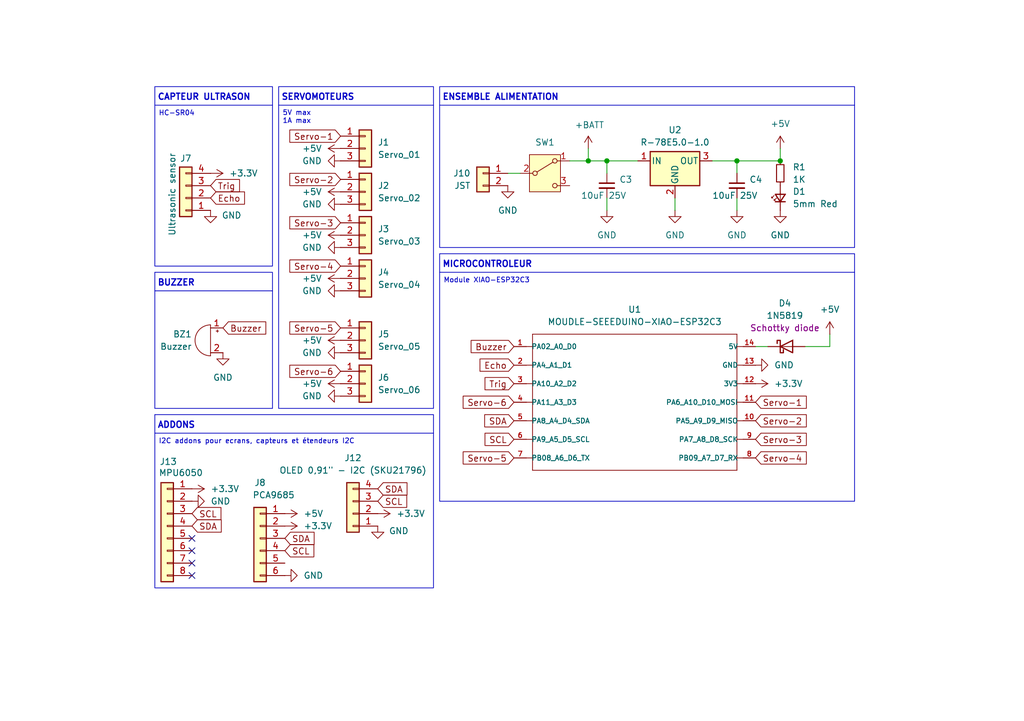
<source format=kicad_sch>
(kicad_sch (version 20231120) (generator "eeschema") (generator_version "8.0")
  (paper "A5")
  (title_block (title "PCB Otto Mks") (date "2025-01-21") (rev "1.0") (company "UniLaSalle Amiens - MakerSpace") (comment 1 "Adrien BRACQ - Remi LACOMBE") (comment 2 "https://makerspace-amiens.fr/otto-mks") (comment 3 "https://github.com/Makerspace-Amiens/otto-mks"))
  (lib_symbols
    (symbol "Connector_Generic:Conn_01x02" (pin_names (offset 1.016) hide)
      (property "Reference" "J" (at 0 2.54 0))
      (property "Value" "Conn_01x02" (at 0 -5.08 0))
      (symbol "Conn_01x02_1_1"
        (rectangle (start -1.27 -2.413) (end 0 -2.667) (stroke (width 0.1524)))
        (rectangle (start -1.27 0.127) (end 0 -0.127) (stroke (width 0.1524)))
        (rectangle (start -1.27 1.27) (end 1.27 -3.81) (stroke (width 0.254)) (fill (type background)))
        (pin passive line (at -5.08 0 0) (length 3.81) (name "Pin_1") (number "1"))
        (pin passive line (at -5.08 -2.54 0) (length 3.81) (name "Pin_2") (number "2"))
      )
    )
    (symbol "Connector_Generic:Conn_01x03" (pin_names (offset 1.016) hide)
      (property "Reference" "J" (at 0 5.08 0))
      (property "Value" "Conn_01x03" (at 0 -5.08 0))
      (symbol "Conn_01x03_1_1"
        (rectangle (start -1.27 -2.413) (end 0 -2.667) (stroke (width 0.1524)))
        (rectangle (start -1.27 0.127) (end 0 -0.127) (stroke (width 0.1524)))
        (rectangle (start -1.27 2.667) (end 0 2.413) (stroke (width 0.1524)))
        (rectangle (start -1.27 3.81) (end 1.27 -3.81) (stroke (width 0.254)) (fill (type background)))
        (pin passive line (at -5.08 2.54 0) (length 3.81) (name "Pin_1") (number "1"))
        (pin passive line (at -5.08 0 0) (length 3.81) (name "Pin_2") (number "2"))
        (pin passive line (at -5.08 -2.54 0) (length 3.81) (name "Pin_3") (number "3"))
      )
    )
    (symbol "Connector_Generic:Conn_01x04" (pin_names (offset 1.016) hide)
      (property "Reference" "J" (at 0 5.08 0))
      (property "Value" "Conn_01x04" (at 0 -7.62 0))
      (symbol "Conn_01x04_1_1"
        (rectangle (start -1.27 -4.953) (end 0 -5.207) (stroke (width 0.1524)))
        (rectangle (start -1.27 -2.413) (end 0 -2.667) (stroke (width 0.1524)))
        (rectangle (start -1.27 0.127) (end 0 -0.127) (stroke (width 0.1524)))
        (rectangle (start -1.27 2.667) (end 0 2.413) (stroke (width 0.1524)))
        (rectangle (start -1.27 3.81) (end 1.27 -6.35) (stroke (width 0.254)) (fill (type background)))
        (pin passive line (at -5.08 2.54 0) (length 3.81) (name "Pin_1") (number "1"))
        (pin passive line (at -5.08 0 0) (length 3.81) (name "Pin_2") (number "2"))
        (pin passive line (at -5.08 -2.54 0) (length 3.81) (name "Pin_3") (number "3"))
        (pin passive line (at -5.08 -5.08 0) (length 3.81) (name "Pin_4") (number "4"))
      )
    )
    (symbol "Connector_Generic:Conn_01x06" (pin_names (offset 1.016) hide)
      (property "Reference" "J" (at 0 7.62 0))
      (property "Value" "Conn_01x06" (at 0 -10.16 0))
      (symbol "Conn_01x06_1_1"
        (rectangle (start -1.27 -7.493) (end 0 -7.747) (stroke (width 0.1524)))
        (rectangle (start -1.27 -4.953) (end 0 -5.207) (stroke (width 0.1524)))
        (rectangle (start -1.27 -2.413) (end 0 -2.667) (stroke (width 0.1524)))
        (rectangle (start -1.27 0.127) (end 0 -0.127) (stroke (width 0.1524)))
        (rectangle (start -1.27 2.667) (end 0 2.413) (stroke (width 0.1524)))
        (rectangle (start -1.27 5.207) (end 0 4.953) (stroke (width 0.1524)))
        (rectangle (start -1.27 6.35) (end 1.27 -8.89) (stroke (width 0.254)) (fill (type background)))
        (pin passive line (at -5.08 5.08 0) (length 3.81) (name "Pin_1") (number "1"))
        (pin passive line (at -5.08 2.54 0) (length 3.81) (name "Pin_2") (number "2"))
        (pin passive line (at -5.08 0 0) (length 3.81) (name "Pin_3") (number "3"))
        (pin passive line (at -5.08 -2.54 0) (length 3.81) (name "Pin_4") (number "4"))
        (pin passive line (at -5.08 -5.08 0) (length 3.81) (name "Pin_5") (number "5"))
        (pin passive line (at -5.08 -7.62 0) (length 3.81) (name "Pin_6") (number "6"))
      )
    )
    (symbol "Connector_Generic:Conn_01x08" (pin_names (offset 1.016) hide)
      (property "Reference" "J" (at 0 10.16 0))
      (property "Value" "Conn_01x08" (at 0 -12.7 0))
      (symbol "Conn_01x08_1_1"
        (rectangle (start -1.27 -10.033) (end 0 -10.287) (stroke (width 0.1524)))
        (rectangle (start -1.27 -7.493) (end 0 -7.747) (stroke (width 0.1524)))
        (rectangle (start -1.27 -4.953) (end 0 -5.207) (stroke (width 0.1524)))
        (rectangle (start -1.27 -2.413) (end 0 -2.667) (stroke (width 0.1524)))
        (rectangle (start -1.27 0.127) (end 0 -0.127) (stroke (width 0.1524)))
        (rectangle (start -1.27 2.667) (end 0 2.413) (stroke (width 0.1524)))
        (rectangle (start -1.27 5.207) (end 0 4.953) (stroke (width 0.1524)))
        (rectangle (start -1.27 7.747) (end 0 7.493) (stroke (width 0.1524)))
        (rectangle (start -1.27 8.89) (end 1.27 -11.43) (stroke (width 0.254)) (fill (type background)))
        (pin passive line (at -5.08 7.62 0) (length 3.81) (name "Pin_1") (number "1"))
        (pin passive line (at -5.08 5.08 0) (length 3.81) (name "Pin_2") (number "2"))
        (pin passive line (at -5.08 2.54 0) (length 3.81) (name "Pin_3") (number "3"))
        (pin passive line (at -5.08 0 0) (length 3.81) (name "Pin_4") (number "4"))
        (pin passive line (at -5.08 -2.54 0) (length 3.81) (name "Pin_5") (number "5"))
        (pin passive line (at -5.08 -5.08 0) (length 3.81) (name "Pin_6") (number "6"))
        (pin passive line (at -5.08 -7.62 0) (length 3.81) (name "Pin_7") (number "7"))
        (pin passive line (at -5.08 -10.16 0) (length 3.81) (name "Pin_8") (number "8"))
      )
    )
    (symbol "Device:Buzzer" (pin_names (offset 0.0254) hide)
      (property "Reference" "BZ" (at 3.81 1.27 0))
      (property "Value" "Buzzer" (at 3.81 -1.27 0))
      (symbol "Buzzer_0_1"
        (arc (start 0 -3.175) (mid 3.1612 0) (end 0 3.175))
        (polyline (pts (xy -1.651 1.905) (xy -1.143 1.905)))
        (polyline (pts (xy -1.397 2.159) (xy -1.397 1.651)))
        (polyline (pts (xy 0 3.175) (xy 0 -3.175)))
      )
      (symbol "Buzzer_1_1"
        (pin passive line (at -2.54 2.54 0) (length 2.54) (name "+") (number "1"))
        (pin passive line (at -2.54 -2.54 0) (length 2.54) (name "-") (number "2"))
      )
    )
    (symbol "Device:C_Small" (pin_numbers hide) (pin_names (offset 0.254) hide)
      (property "Reference" "C" (at 0.254 1.778 0))
      (property "Value" "C_Small" (at 0.254 -2.032 0))
      (symbol "C_Small_0_1"
        (polyline (pts (xy -1.524 -0.508) (xy 1.524 -0.508)) (stroke (width 0.3302)))
        (polyline (pts (xy -1.524 0.508) (xy 1.524 0.508)) (stroke (width 0.3048)))
      )
      (symbol "C_Small_1_1"
        (pin passive line (at 0 2.54 270) (length 2.032) (name "~") (number "1"))
        (pin passive line (at 0 -2.54 90) (length 2.032) (name "~") (number "2"))
      )
    )
    (symbol "Device:D_Schottky" (pin_numbers hide) (pin_names (offset 1.016) hide)
      (property "Reference" "D" (at 0 2.54 0))
      (property "Value" "D_Schottky" (at 0 -2.54 0))
      (symbol "D_Schottky_0_1"
        (polyline (pts (xy 1.27 0) (xy -1.27 0)))
        (polyline (pts (xy 1.27 1.27) (xy 1.27 -1.27) (xy -1.27 0) (xy 1.27 1.27)) (stroke (width 0.254)))
        (polyline (pts (xy -1.905 0.635) (xy -1.905 1.27) (xy -1.27 1.27) (xy -1.27 -1.27) (xy -0.635 -1.27) (xy -0.635 -0.635)) (stroke (width 0.254)))
      )
      (symbol "D_Schottky_1_1"
        (pin passive line (at -3.81 0 0) (length 2.54) (name "K") (number "1"))
        (pin passive line (at 3.81 0 180) (length 2.54) (name "A") (number "2"))
      )
    )
    (symbol "Device:LED_Small" (pin_numbers hide) (pin_names (offset 0.254) hide)
      (property "Reference" "D" (at -1.27 3.175 0))
      (property "Value" "LED_Small" (at -4.445 -2.54 0))
      (symbol "LED_Small_0_1"
        (polyline (pts (xy -0.762 -1.016) (xy -0.762 1.016)) (stroke (width 0.254)))
        (polyline (pts (xy 1.016 0) (xy -0.762 0)))
        (polyline (pts (xy 0.762 -1.016) (xy -0.762 0) (xy 0.762 1.016) (xy 0.762 -1.016)) (stroke (width 0.254)))
        (polyline (pts (xy 0 0.762) (xy -0.508 1.27) (xy -0.254 1.27) (xy -0.508 1.27) (xy -0.508 1.016)))
        (polyline (pts (xy 0.508 1.27) (xy 0 1.778) (xy 0.254 1.778) (xy 0 1.778) (xy 0 1.524)))
      )
      (symbol "LED_Small_1_1"
        (pin passive line (at -2.54 0 0) (length 1.778) (name "K") (number "1"))
        (pin passive line (at 2.54 0 180) (length 1.778) (name "A") (number "2"))
      )
    )
    (symbol "Device:R_Small" (pin_numbers hide) (pin_names (offset 0.254) hide)
      (property "Reference" "R" (at 0.762 0.508 0))
      (property "Value" "R_Small" (at 0.762 -1.016 0))
      (symbol "R_Small_0_1"
        (rectangle (start -0.762 1.778) (end 0.762 -1.778) (stroke (width 0.2032)))
      )
      (symbol "R_Small_1_1"
        (pin passive line (at 0 2.54 270) (length 0.762) (name "~") (number "1"))
        (pin passive line (at 0 -2.54 90) (length 0.762) (name "~") (number "2"))
      )
    )
    (symbol "MOUDLE-SEEEDUINO-XIAO-ESP32C3:MOUDLE-SEEEDUINO-XIAO-ESP32C3" (pin_names (offset 1.016))
      (property "Reference" "U" (at -21.59 15.24 0))
      (property "Value" "MOUDLE-SEEEDUINO-XIAO-ESP32C3" (at -21.59 13.97 0))
      (symbol "MOUDLE-SEEEDUINO-XIAO-ESP32C3_0_0"
        (polyline (pts (xy -21.59 -13.97) (xy -21.59 0)) (stroke (width 0.1524)))
        (polyline (pts (xy -21.59 -11.43) (xy -22.86 -11.43)) (stroke (width 0.1524)))
        (polyline (pts (xy -21.59 -7.62) (xy -22.86 -7.62)) (stroke (width 0.1524)))
        (polyline (pts (xy -21.59 -3.81) (xy -22.86 -3.81)) (stroke (width 0.1524)))
        (polyline (pts (xy -21.59 0) (xy -22.86 0)) (stroke (width 0.1524)))
        (polyline (pts (xy -21.59 0) (xy -21.59 3.81)) (stroke (width 0.1524)))
        (polyline (pts (xy -21.59 3.81) (xy -22.86 3.81)) (stroke (width 0.1524)))
        (polyline (pts (xy -21.59 3.81) (xy -21.59 7.62)) (stroke (width 0.1524)))
        (polyline (pts (xy -21.59 7.62) (xy -22.86 7.62)) (stroke (width 0.1524)))
        (polyline (pts (xy -21.59 7.62) (xy -21.59 11.43)) (stroke (width 0.1524)))
        (polyline (pts (xy -21.59 11.43) (xy -22.86 11.43)) (stroke (width 0.1524)))
        (polyline (pts (xy -21.59 11.43) (xy -21.59 13.97)) (stroke (width 0.1524)))
        (polyline (pts (xy -21.59 13.97) (xy 20.32 13.97)) (stroke (width 0.1524)))
        (polyline (pts (xy 20.32 -13.97) (xy -21.59 -13.97)) (stroke (width 0.1524)))
        (polyline (pts (xy 20.32 3.81) (xy 20.32 -13.97)) (stroke (width 0.1524)))
        (polyline (pts (xy 20.32 7.62) (xy 20.32 3.81)) (stroke (width 0.1524)))
        (polyline (pts (xy 20.32 11.43) (xy 20.32 7.62)) (stroke (width 0.1524)))
        (polyline (pts (xy 20.32 13.97) (xy 20.32 11.43)) (stroke (width 0.1524)))
        (polyline (pts (xy 21.59 -11.43) (xy 20.32 -11.43)) (stroke (width 0.1524)))
        (polyline (pts (xy 21.59 -7.62) (xy 20.32 -7.62)) (stroke (width 0.1524)))
        (polyline (pts (xy 21.59 -3.81) (xy 20.32 -3.81)) (stroke (width 0.1524)))
        (polyline (pts (xy 21.59 0) (xy 20.32 0)) (stroke (width 0.1524)))
        (polyline (pts (xy 21.59 3.81) (xy 20.32 3.81)) (stroke (width 0.1524)))
        (polyline (pts (xy 21.59 7.62) (xy 20.32 7.62)) (stroke (width 0.1524)))
        (polyline (pts (xy 21.59 11.43) (xy 20.32 11.43)) (stroke (width 0.1524)))
        (pin bidirectional line (at -25.4 11.43 0) (length 2.54) (name "PA02_A0_D0") (number "1"))
        (pin bidirectional line (at 24.13 -3.81 180) (length 2.54) (name "PA5_A9_D9_MISO") (number "10"))
        (pin bidirectional line (at 24.13 0 180) (length 2.54) (name "PA6_A10_D10_MOSI") (number "11"))
        (pin bidirectional line (at 24.13 3.81 180) (length 2.54) (name "3V3") (number "12"))
        (pin bidirectional line (at 24.13 7.62 180) (length 2.54) (name "GND") (number "13"))
        (pin bidirectional line (at 24.13 11.43 180) (length 2.54) (name "5V") (number "14"))
        (pin bidirectional line (at -25.4 7.62 0) (length 2.54) (name "PA4_A1_D1") (number "2"))
        (pin bidirectional line (at -25.4 3.81 0) (length 2.54) (name "PA10_A2_D2") (number "3"))
        (pin bidirectional line (at -25.4 0 0) (length 2.54) (name "PA11_A3_D3") (number "4"))
        (pin bidirectional line (at -25.4 -3.81 0) (length 2.54) (name "PA8_A4_D4_SDA") (number "5"))
        (pin bidirectional line (at -25.4 -7.62 0) (length 2.54) (name "PA9_A5_D5_SCL") (number "6"))
        (pin bidirectional line (at -25.4 -11.43 0) (length 2.54) (name "PB08_A6_D6_TX") (number "7"))
        (pin bidirectional line (at 24.13 -11.43 180) (length 2.54) (name "PB09_A7_D7_RX") (number "8"))
        (pin bidirectional line (at 24.13 -7.62 180) (length 2.54) (name "PA7_A8_D8_SCK") (number "9"))
      )
    )
    (symbol "Regulator_Switching:R-78E5.0-1.0" (pin_names (offset 0.254))
      (property "Reference" "U" (at -3.81 3.175 0))
      (property "Value" "R-78E5.0-1.0" (at 0 3.175 0))
      (symbol "R-78E5.0-1.0_0_1"
        (rectangle (start -5.08 1.905) (end 5.08 -5.08) (stroke (width 0.254)) (fill (type background)))
      )
      (symbol "R-78E5.0-1.0_1_1"
        (pin power_in line (at -7.62 0 0) (length 2.54) (name "IN") (number "1"))
        (pin power_in line (at 0 -7.62 90) (length 2.54) (name "GND") (number "2"))
        (pin power_out line (at 7.62 0 180) (length 2.54) (name "OUT") (number "3"))
      )
    )
    (symbol "Switch:SW_SPDT" (pin_names (offset 0) hide)
      (property "Reference" "SW" (at 0 5.08 0))
      (property "Value" "SW_SPDT" (at 0 -5.08 0))
      (symbol "SW_SPDT_0_1"
        (circle (center -2.032 0) (radius 0.4572))
        (polyline (pts (xy -1.651 0.254) (xy 1.651 2.286)))
        (circle (center 2.032 -2.54) (radius 0.4572))
        (circle (center 2.032 2.54) (radius 0.4572))
      )
      (symbol "SW_SPDT_1_1"
        (rectangle (start -3.175 3.81) (end 3.175 -3.81) (fill (type background)))
        (pin passive line (at 5.08 2.54 180) (length 2.54) (name "A") (number "1"))
        (pin passive line (at -5.08 0 0) (length 2.54) (name "B") (number "2"))
        (pin passive line (at 5.08 -2.54 180) (length 2.54) (name "C") (number "3"))
      )
    )
    (symbol "power:+3.3V" (power) (pin_numbers hide) (pin_names (offset 0) hide)
      (property "Value" "+3.3V" (at 0 3.556 0))
      (symbol "+3.3V_0_1"
        (polyline (pts (xy -0.762 1.27) (xy 0 2.54)))
        (polyline (pts (xy 0 0) (xy 0 2.54)))
        (polyline (pts (xy 0 2.54) (xy 0.762 1.27)))
      )
      (symbol "+3.3V_1_1"
        (pin power_in line (at 0 0 90) (length 0) (name "~") (number "1"))
      )
    )
    (symbol "power:+5V" (power) (pin_numbers hide) (pin_names (offset 0) hide)
      (property "Value" "+5V" (at 0 3.556 0))
      (symbol "+5V_0_1"
        (polyline (pts (xy -0.762 1.27) (xy 0 2.54)))
        (polyline (pts (xy 0 0) (xy 0 2.54)))
        (polyline (pts (xy 0 2.54) (xy 0.762 1.27)))
      )
      (symbol "+5V_1_1"
        (pin power_in line (at 0 0 90) (length 0) (name "~") (number "1"))
      )
    )
    (symbol "power:+BATT" (power) (pin_numbers hide) (pin_names (offset 0) hide)
      (property "Value" "+BATT" (at 0 3.556 0))
      (symbol "+BATT_0_1"
        (polyline (pts (xy -0.762 1.27) (xy 0 2.54)))
        (polyline (pts (xy 0 0) (xy 0 2.54)))
        (polyline (pts (xy 0 2.54) (xy 0.762 1.27)))
      )
      (symbol "+BATT_1_1"
        (pin power_in line (at 0 0 90) (length 0) (name "~") (number "1"))
      )
    )
    (symbol "power:GND" (power) (pin_numbers hide) (pin_names (offset 0) hide)
      (property "Value" "GND" (at 0 -3.81 0))
      (symbol "GND_0_1"
        (polyline (pts (xy 0 0) (xy 0 -1.27) (xy 1.27 -1.27) (xy 0 -2.54) (xy -1.27 -1.27) (xy 0 -1.27)))
      )
      (symbol "GND_1_1"
        (pin power_in line (at 0 0 270) (length 0) (name "~") (number "1"))
      )
    )
  )
  (junction (at 124.46 33.02))
  (junction (at 151.13 33.02))
  (junction (at 160.02 33.02))
  (junction (at 120.65 33.02))
  (no_connect (at 39.37 113.03))
  (no_connect (at 39.37 115.57))
  (no_connect (at 39.37 110.49))
  (no_connect (at 39.37 118.11))
  (wire (pts (xy 124.46 40.64) (xy 124.46 43.18)))
  (polyline (pts (xy 90.17 55.88) (xy 175.26 55.88)))
  (wire (pts (xy 104.14 35.56) (xy 106.68 35.56)))
  (wire (pts (xy 170.18 71.12) (xy 170.18 68.58)))
  (wire (pts (xy 154.94 71.12) (xy 157.48 71.12)))
  (wire (pts (xy 124.46 33.02) (xy 124.46 35.56)))
  (wire (pts (xy 120.65 33.02) (xy 124.46 33.02)))
  (wire (pts (xy 124.46 33.02) (xy 130.81 33.02)))
  (wire (pts (xy 138.43 43.18) (xy 138.43 40.64)))
  (polyline (pts (xy 90.17 21.59) (xy 175.26 21.59)))
  (wire (pts (xy 116.84 33.02) (xy 120.65 33.02)))
  (wire (pts (xy 160.02 30.48) (xy 160.02 33.02)))
  (wire (pts (xy 146.05 33.02) (xy 151.13 33.02)))
  (polyline (pts (xy 57.15 21.59) (xy 88.9 21.59)))
  (wire (pts (xy 165.1 71.12) (xy 170.18 71.12)))
  (polyline (pts (xy 31.75 21.59) (xy 55.88 21.59)))
  (wire (pts (xy 151.13 33.02) (xy 160.02 33.02)))
  (polyline (pts (xy 31.75 59.69) (xy 55.88 59.69)))
  (polyline (pts (xy 31.75 88.9) (xy 88.9 88.9)))
  (wire (pts (xy 151.13 33.02) (xy 151.13 35.56)))
  (wire (pts (xy 151.13 40.64) (xy 151.13 43.18)))
  (wire (pts (xy 120.65 30.48) (xy 120.65 33.02)))
  (rectangle (start 31.75 85.09) (end 88.9 120.65))
  (rectangle (start 57.15 17.78) (end 88.9 83.82))
  (rectangle (start 90.17 52.07) (end 175.26 102.87))
  (rectangle (start 31.75 17.78) (end 55.88 54.61))
  (rectangle (start 90.17 17.78) (end 175.26 50.8))
  (rectangle (start 31.75 55.88) (end 55.88 83.82))
  (text "HC-SR04" (at 32.512 23.368 0) (effects (font (size 1.016 1.016)) (justify left)))
  (text "CAPTEUR ULTRASON" (at 32.258 20.066 0) (effects (font (size 1.27 1.27) (thickness 0.254) (bold yes)) (justify left)))
  (text "BUZZER" (at 32.258 58.166 0) (effects (font (size 1.27 1.27) (thickness 0.254) (bold yes)) (justify left)))
  (text "ADDONS" (at 32.258 87.376 0) (effects (font (size 1.27 1.27) (thickness 0.254) (bold yes)) (justify left)))
  (text "ENSEMBLE ALIMENTATION" (at 90.678 20.066 0) (effects (font (size 1.27 1.27) (thickness 0.254) (bold yes)) (justify left)))
  (text "SERVOMOTEURS\n" (at 57.658 20.066 0) (effects (font (size 1.27 1.27) (thickness 0.254) (bold yes)) (justify left)))
  (text "Module XIAO-ESP32C3" (at 90.932 57.658 0) (effects (font (size 1.016 1.016)) (justify left)))
  (text "I2C addons pour ecrans, capteurs et étendeurs I2C" (at 32.512 90.678 0) (effects (font (size 1.016 1.016)) (justify left)))
  (text "MICROCONTROLEUR" (at 90.678 54.356 0) (effects (font (size 1.27 1.27) (thickness 0.254) (bold yes)) (justify left)))
  (text "5V max\n1A max" (at 57.912 24.13 0) (effects (font (size 1.016 1.016)) (justify left)))
  (global_label "SCL" (shape input) (at 58.42 113.03 0) (property "Intersheetrefs" "${INTERSHEET_REFS}" (effects (hide yes))))
  (global_label "Servo-5" (shape input) (at 105.41 93.98 180) (property "Intersheetrefs" "${INTERSHEET_REFS}" (effects (hide yes))))
  (global_label "Servo-6" (shape input) (at 105.41 82.55 180) (property "Intersheetrefs" "${INTERSHEET_REFS}" (effects (hide yes))))
  (global_label "SCL" (shape input) (at 77.47 102.87 0) (property "Intersheetrefs" "${INTERSHEET_REFS}" (effects (hide yes))))
  (global_label "Trig" (shape input) (at 43.18 38.1 0) (property "Intersheetrefs" "${INTERSHEET_REFS}" (effects (hide yes))))
  (global_label "SDA" (shape input) (at 58.42 110.49 0) (property "Intersheetrefs" "${INTERSHEET_REFS}" (effects (hide yes))))
  (global_label "SDA" (shape input) (at 39.37 107.95 0) (property "Intersheetrefs" "${INTERSHEET_REFS}" (effects (hide yes))))
  (global_label "Servo-4" (shape input) (at 69.85 54.61 180) (property "Intersheetrefs" "${INTERSHEET_REFS}" (effects (hide yes))))
  (global_label "Servo-2" (shape input) (at 69.85 36.83 180) (property "Intersheetrefs" "${INTERSHEET_REFS}" (effects (hide yes))))
  (global_label "Buzzer" (shape input) (at 105.41 71.12 180) (property "Intersheetrefs" "${INTERSHEET_REFS}" (effects (hide yes))))
  (global_label "Servo-1" (shape input) (at 154.94 82.55 0) (property "Intersheetrefs" "${INTERSHEET_REFS}" (effects (hide yes))))
  (global_label "Servo-1" (shape input) (at 69.85 27.94 180) (property "Intersheetrefs" "${INTERSHEET_REFS}" (effects (hide yes))))
  (global_label "SDA" (shape input) (at 105.41 86.36 180) (property "Intersheetrefs" "${INTERSHEET_REFS}" (effects (hide yes))))
  (global_label "Servo-3" (shape input) (at 69.85 45.72 180) (property "Intersheetrefs" "${INTERSHEET_REFS}" (effects (hide yes))))
  (global_label "Servo-2" (shape input) (at 154.94 86.36 0) (property "Intersheetrefs" "${INTERSHEET_REFS}" (effects (hide yes))))
  (global_label "SCL" (shape input) (at 39.37 105.41 0) (property "Intersheetrefs" "${INTERSHEET_REFS}" (effects (hide yes))))
  (global_label "Servo-6" (shape input) (at 69.85 76.2 180) (property "Intersheetrefs" "${INTERSHEET_REFS}" (effects (hide yes))))
  (global_label "Echo" (shape input) (at 105.41 74.93 180) (property "Intersheetrefs" "${INTERSHEET_REFS}" (effects (hide yes))))
  (global_label "Echo" (shape input) (at 43.18 40.64 0) (property "Intersheetrefs" "${INTERSHEET_REFS}" (effects (hide yes))))
  (global_label "Trig" (shape input) (at 105.41 78.74 180) (property "Intersheetrefs" "${INTERSHEET_REFS}" (effects (hide yes))))
  (global_label "SDA" (shape input) (at 77.47 100.33 0) (property "Intersheetrefs" "${INTERSHEET_REFS}" (effects (hide yes))))
  (global_label "Buzzer" (shape input) (at 45.72 67.31 0) (property "Intersheetrefs" "${INTERSHEET_REFS}" (effects (hide yes))))
  (global_label "SCL" (shape input) (at 105.41 90.17 180) (property "Intersheetrefs" "${INTERSHEET_REFS}" (effects (hide yes))))
  (global_label "Servo-4" (shape input) (at 154.94 93.98 0) (property "Intersheetrefs" "${INTERSHEET_REFS}" (effects (hide yes))))
  (global_label "Servo-3" (shape input) (at 154.94 90.17 0) (property "Intersheetrefs" "${INTERSHEET_REFS}" (effects (hide yes))))
  (global_label "Servo-5" (shape input) (at 69.85 67.31 180) (property "Intersheetrefs" "${INTERSHEET_REFS}" (effects (hide yes))))
  (symbol (lib_id "power:GND") (at 77.47 107.95 0) (unit 1)
    (property "Reference" "#PWR032" (effects (hide yes)))
    (property "Value" "GND" (at 81.788 108.966 0))
    (property "Description" "Power symbol creates a global label with name \"GND\" , ground" (effects (hide yes)))
  )
  (symbol (lib_id "power:GND") (at 154.94 74.93 90) (unit 1)
    (property "Reference" "#PWR05" (effects (hide yes)))
    (property "Value" "GND" (at 158.75 74.9299 90) (effects (justify right)))
    (property "Description" "Power symbol creates a global label with name \"GND\" , ground" (effects (hide yes)))
  )
  (symbol (lib_id "Connector_Generic:Conn_01x06") (at 53.34 110.49 0) (mirror y) (unit 1)
    (property "Reference" "J8" (at 53.34 99.06 0))
    (property "Value" "PCA9685" (at 56.134 101.6 0))
    (property "Footprint" "Connector_PinSocket_2.54mm:PinSocket_1x06_P2.54mm_Vertical" (effects (hide yes)))
    (property "Description" "Generic connector, single row, 01x06, script generated (kicad-library-utils/schlib/autogen/connector/)" (effects (hide yes)))
  )
  (symbol (lib_id "Connector_Generic:Conn_01x03") (at 74.93 57.15 0) (unit 1)
    (property "Reference" "J4" (at 77.47 55.8799 0) (effects (justify left)))
    (property "Value" "Servo_04" (at 77.47 58.4199 0) (effects (justify left)))
    (property "Footprint" "Connector_PinHeader_2.54mm:PinHeader_1x03_P2.54mm_Vertical" (effects (hide yes)))
    (property "Description" "Generic connector, single row, 01x03, script generated (kicad-library-utils/schlib/autogen/connector/)" (effects (hide yes)))
  )
  (symbol (lib_id "power:+3.3V") (at 77.47 105.41 270) (unit 1)
    (property "Reference" "#PWR031" (effects (hide yes)))
    (property "Value" "+3.3V" (at 81.28 105.4099 90) (effects (justify left)))
    (property "Description" "Power symbol creates a global label with name \"+3.3V\"" (effects (hide yes)))
  )
  (symbol (lib_id "Connector_Generic:Conn_01x03") (at 74.93 78.74 0) (unit 1)
    (property "Reference" "J6" (at 77.47 77.4699 0) (effects (justify left)))
    (property "Value" "Servo_06" (at 77.47 80.0099 0) (effects (justify left)))
    (property "Footprint" "Connector_PinHeader_2.54mm:PinHeader_1x03_P2.54mm_Vertical" (effects (hide yes)))
    (property "Description" "Generic connector, single row, 01x03, script generated (kicad-library-utils/schlib/autogen/connector/)" (effects (hide yes)))
  )
  (symbol (lib_id "power:GND") (at 69.85 33.02 270) (unit 1)
    (property "Reference" "#PWR08" (effects (hide yes)))
    (property "Value" "GND" (at 66.04 33.0199 90) (effects (justify right)))
    (property "Description" "Power symbol creates a global label with name \"GND\" , ground" (effects (hide yes)))
  )
  (symbol (lib_id "Connector_Generic:Conn_01x08") (at 34.29 107.95 0) (mirror y) (unit 1)
    (property "Reference" "J13" (at 36.322 94.742 0) (effects (justify left)))
    (property "Value" "MPU6050" (at 41.656 97.028 0) (effects (justify left)))
    (property "Footprint" "Connector_PinSocket_2.54mm:PinSocket_1x08_P2.54mm_Vertical" (effects (hide yes)))
    (property "Description" "Generic connector, single row, 01x08, script generated (kicad-library-utils/schlib/autogen/connector/)" (effects (hide yes)))
  )
  (symbol (lib_id "power:GND") (at 69.85 41.91 270) (unit 1)
    (property "Reference" "#PWR010" (effects (hide yes)))
    (property "Value" "GND" (at 66.04 41.9099 90) (effects (justify right)))
    (property "Description" "Power symbol creates a global label with name \"GND\" , ground" (effects (hide yes)))
  )
  (symbol (lib_id "power:GND") (at 138.43 43.18 0) (unit 1)
    (property "Reference" "#PWR03" (effects (hide yes)))
    (property "Value" "GND" (at 138.43 48.26 0))
    (property "Description" "Power symbol creates a global label with name \"GND\" , ground" (effects (hide yes)))
  )
  (symbol (lib_id "power:+3.3V") (at 58.42 107.95 270) (mirror x) (unit 1)
    (property "Reference" "#PWR027" (effects (hide yes)))
    (property "Value" "+3.3V" (at 62.23 107.9501 90) (effects (justify left)))
    (property "Description" "Power symbol creates a global label with name \"+3.3V\"" (effects (hide yes)))
  )
  (symbol (lib_id "Regulator_Switching:R-78E5.0-1.0") (at 138.43 33.02 0) (unit 1)
    (property "Reference" "U2" (at 138.43 26.67 0))
    (property "Value" "R-78E5.0-1.0" (at 138.43 29.21 0))
    (property "Footprint" "Converter_DCDC:Converter_DCDC_RECOM_R-78E-0.5_THT" (effects (hide yes)))
    (property "Datasheet" "https://www.recom-power.com/pdf/Innoline/R-78Exx-1.0.pdf" (effects (hide yes)))
    (property "Description" "1A Step-Down DC/DC-Regulator, 7-28V input, 5V fixed Output Voltage, LM78xx replacement, -40°C to +85°C, SIP3" (effects (hide yes)))
  )
  (symbol (lib_id "Device:R_Small") (at 160.02 35.56 0) (unit 1)
    (property "Reference" "R1" (at 162.56 34.2899 0) (effects (justify left)))
    (property "Value" "1K" (at 162.56 36.8299 0) (effects (justify left)))
    (property "Footprint" "Resistor_THT:R_Axial_DIN0207_L6.3mm_D2.5mm_P10.16mm_Horizontal" (effects (hide yes)))
    (property "Description" "Resistor, small symbol" (effects (hide yes)))
  )
  (symbol (lib_id "Device:Buzzer") (at 43.18 69.85 0) (mirror y) (unit 1)
    (property "Reference" "BZ1" (at 39.37 68.5799 0) (effects (justify left)))
    (property "Value" "Buzzer" (at 39.37 71.1199 0) (effects (justify left)))
    (property "Footprint" "Buzzer_Beeper:Buzzer_12x9.5RM7.6" (effects (hide yes)))
    (property "Description" "Buzzer, polarized" (effects (hide yes)))
  )
  (symbol (lib_id "power:GND") (at 39.37 102.87 90) (unit 1)
    (property "Reference" "#PWR038" (effects (hide yes)))
    (property "Value" "GND" (at 43.18 102.8699 90) (effects (justify right)))
    (property "Description" "Power symbol creates a global label with name \"GND\" , ground" (effects (hide yes)))
  )
  (symbol (lib_id "power:+5V") (at 170.18 68.58 0) (unit 1)
    (property "Reference" "#PWR04" (effects (hide yes)))
    (property "Value" "+5V" (at 170.18 63.5 0))
    (property "Description" "Power symbol creates a global label with name \"+5V\"" (effects (hide yes)))
  )
  (symbol (lib_id "power:+5V") (at 69.85 30.48 90) (unit 1)
    (property "Reference" "#PWR07" (effects (hide yes)))
    (property "Value" "+5V" (at 66.04 30.4799 90) (effects (justify left)))
    (property "Description" "Power symbol creates a global label with name \"+5V\"" (effects (hide yes)))
  )
  (symbol (lib_id "power:+BATT") (at 120.65 30.48 0) (unit 1)
    (property "Reference" "#PWR02" (effects (hide yes)))
    (property "Value" "+BATT" (at 120.904 25.654 0))
    (property "Description" "Power symbol creates a global label with name \"+BATT\"" (effects (hide yes)))
  )
  (symbol (lib_id "Connector_Generic:Conn_01x03") (at 74.93 30.48 0) (unit 1)
    (property "Reference" "J1" (at 77.47 29.2099 0) (effects (justify left)))
    (property "Value" "Servo_01" (at 77.47 31.7499 0) (effects (justify left)))
    (property "Footprint" "Connector_PinHeader_2.54mm:PinHeader_1x03_P2.54mm_Vertical" (effects (hide yes)))
    (property "Description" "Generic connector, single row, 01x03, script generated (kicad-library-utils/schlib/autogen/connector/)" (effects (hide yes)))
  )
  (symbol (lib_id "power:+5V") (at 58.42 105.41 270) (mirror x) (unit 1)
    (property "Reference" "#PWR028" (effects (hide yes)))
    (property "Value" "+5V" (at 62.23 105.4101 90) (effects (justify left)))
    (property "Description" "Power symbol creates a global label with name \"+5V\"" (effects (hide yes)))
  )
  (symbol (lib_id "power:+3.3V") (at 39.37 100.33 270) (unit 1)
    (property "Reference" "#PWR037" (effects (hide yes)))
    (property "Value" "+3.3V" (at 43.18 100.3299 90) (effects (justify left)))
    (property "Description" "Power symbol creates a global label with name \"+3.3V\"" (effects (hide yes)))
  )
  (symbol (lib_id "Connector_Generic:Conn_01x03") (at 74.93 69.85 0) (unit 1)
    (property "Reference" "J5" (at 77.47 68.5799 0) (effects (justify left)))
    (property "Value" "Servo_05" (at 77.47 71.1199 0) (effects (justify left)))
    (property "Footprint" "Connector_PinHeader_2.54mm:PinHeader_1x03_P2.54mm_Vertical" (effects (hide yes)))
    (property "Description" "Generic connector, single row, 01x03, script generated (kicad-library-utils/schlib/autogen/connector/)" (effects (hide yes)))
  )
  (symbol (lib_id "power:+5V") (at 69.85 39.37 90) (unit 1)
    (property "Reference" "#PWR09" (effects (hide yes)))
    (property "Value" "+5V" (at 66.04 39.3699 90) (effects (justify left)))
    (property "Description" "Power symbol creates a global label with name \"+5V\"" (effects (hide yes)))
  )
  (symbol (lib_id "power:GND") (at 151.13 43.18 0) (unit 1)
    (property "Reference" "#PWR042" (effects (hide yes)))
    (property "Value" "GND" (at 151.13 48.26 0))
    (property "Description" "Power symbol creates a global label with name \"GND\" , ground" (effects (hide yes)))
  )
  (symbol (lib_id "power:+3.3V") (at 43.18 35.56 270) (unit 1)
    (property "Reference" "#PWR023" (effects (hide yes)))
    (property "Value" "+3.3V" (at 46.99 35.5599 90) (effects (justify left)))
    (property "Description" "Power symbol creates a global label with name \"+3.3V\"" (effects (hide yes)))
  )
  (symbol (lib_id "power:GND") (at 69.85 59.69 270) (unit 1)
    (property "Reference" "#PWR014" (effects (hide yes)))
    (property "Value" "GND" (at 66.04 59.6899 90) (effects (justify right)))
    (property "Description" "Power symbol creates a global label with name \"GND\" , ground" (effects (hide yes)))
  )
  (symbol (lib_id "Connector_Generic:Conn_01x04") (at 72.39 105.41 180) (unit 1)
    (property "Reference" "J12" (at 72.39 93.98 0))
    (property "Value" "OLED 0,91\" - I2C (SKU21796)" (at 72.39 96.52 0))
    (property "Footprint" "Connector_PinSocket_2.54mm:PinSocket_1x04_P2.54mm_Vertical" (effects (hide yes)))
    (property "Datasheet" "https://www.gotronic.fr/art-afficheur-oled-0-91-sku21796-35038.htm" (effects (hide yes)))
    (property "Description" "Generic connector, single row, 01x04, script generated (kicad-library-utils/schlib/autogen/connector/)" (effects (hide yes)))
  )
  (symbol (lib_id "power:+5V") (at 69.85 48.26 90) (unit 1)
    (property "Reference" "#PWR011" (effects (hide yes)))
    (property "Value" "+5V" (at 66.04 48.2599 90) (effects (justify left)))
    (property "Description" "Power symbol creates a global label with name \"+5V\"" (effects (hide yes)))
  )
  (symbol (lib_id "Connector_Generic:Conn_01x02") (at 99.06 35.56 0) (mirror y) (unit 1)
    (property "Reference" "J10" (at 96.52 35.5599 0) (effects (justify left)))
    (property "Value" "JST" (at 96.52 38.0999 0) (effects (justify left)))
    (property "Footprint" "Connector_Molex:Molex_KK-254_AE-6410-02A_1x02_P2.54mm_Vertical" (effects (hide yes)))
    (property "Description" "Generic connector, single row, 01x02, script generated (kicad-library-utils/schlib/autogen/connector/)" (effects (hide yes)))
  )
  (symbol (lib_id "Device:LED_Small") (at 160.02 40.64 90) (unit 1)
    (property "Reference" "D1" (at 162.56 39.3064 90) (effects (justify right)))
    (property "Value" "5mm Red" (at 162.56 41.8464 90) (effects (justify right)))
    (property "Footprint" "LED_THT:LED_D5.0mm" (effects (hide yes)))
    (property "Description" "Light emitting diode, small symbol" (effects (hide yes)))
  )
  (symbol (lib_id "power:+5V") (at 69.85 69.85 90) (unit 1)
    (property "Reference" "#PWR015" (effects (hide yes)))
    (property "Value" "+5V" (at 66.04 69.8499 90) (effects (justify left)))
    (property "Description" "Power symbol creates a global label with name \"+5V\"" (effects (hide yes)))
  )
  (symbol (lib_id "Device:C_Small") (at 124.46 38.1 0) (unit 1)
    (property "Reference" "C3" (at 127 36.8362 0) (effects (justify left)))
    (property "Value" "10uF 25V" (at 119.126 40.132 0) (effects (justify left)))
    (property "Footprint" "Capacitor_THT:C_Disc_D6.0mm_W2.5mm_P5.00mm" (effects (hide yes)))
    (property "Description" "Unpolarized capacitor, small symbol" (effects (hide yes)))
  )
  (symbol (lib_id "Device:C_Small") (at 151.13 38.1 0) (unit 1)
    (property "Reference" "C4" (at 153.67 36.8362 0) (effects (justify left)))
    (property "Value" "10uF 25V" (at 146.05 40.132 0) (effects (justify left)))
    (property "Footprint" "Capacitor_THT:C_Disc_D6.0mm_W2.5mm_P5.00mm" (effects (hide yes)))
    (property "Description" "Unpolarized capacitor, small symbol" (effects (hide yes)))
  )
  (symbol (lib_id "power:+3.3V") (at 154.94 78.74 270) (unit 1)
    (property "Reference" "#PWR025" (effects (hide yes)))
    (property "Value" "+3.3V" (at 158.75 78.7399 90) (effects (justify left)))
    (property "Description" "Power symbol creates a global label with name \"+3.3V\"" (effects (hide yes)))
  )
  (symbol (lib_id "Connector_Generic:Conn_01x03") (at 74.93 48.26 0) (unit 1)
    (property "Reference" "J3" (at 77.47 46.9899 0) (effects (justify left)))
    (property "Value" "Servo_03" (at 77.47 49.5299 0) (effects (justify left)))
    (property "Footprint" "Connector_PinHeader_2.54mm:PinHeader_1x03_P2.54mm_Vertical" (effects (hide yes)))
    (property "Description" "Generic connector, single row, 01x03, script generated (kicad-library-utils/schlib/autogen/connector/)" (effects (hide yes)))
  )
  (symbol (lib_id "power:GND") (at 45.72 72.39 0) (unit 1)
    (property "Reference" "#PWR017" (effects (hide yes)))
    (property "Value" "GND" (at 45.72 77.47 0))
    (property "Description" "Power symbol creates a global label with name \"GND\" , ground" (effects (hide yes)))
  )
  (symbol (lib_id "power:GND") (at 160.02 43.18 0) (unit 1)
    (property "Reference" "#PWR06" (effects (hide yes)))
    (property "Value" "GND" (at 160.02 48.26 0))
    (property "Description" "Power symbol creates a global label with name \"GND\" , ground" (effects (hide yes)))
  )
  (symbol (lib_id "Connector_Generic:Conn_01x03") (at 74.93 39.37 0) (unit 1)
    (property "Reference" "J2" (at 77.47 38.0999 0) (effects (justify left)))
    (property "Value" "Servo_02" (at 77.47 40.6399 0) (effects (justify left)))
    (property "Footprint" "Connector_PinHeader_2.54mm:PinHeader_1x03_P2.54mm_Vertical" (effects (hide yes)))
    (property "Description" "Generic connector, single row, 01x03, script generated (kicad-library-utils/schlib/autogen/connector/)" (effects (hide yes)))
  )
  (symbol (lib_id "power:GND") (at 58.42 118.11 90) (mirror x) (unit 1)
    (property "Reference" "#PWR026" (effects (hide yes)))
    (property "Value" "GND" (at 62.23 118.1101 90) (effects (justify right)))
    (property "Description" "Power symbol creates a global label with name \"GND\" , ground" (effects (hide yes)))
  )
  (symbol (lib_id "power:GND") (at 69.85 50.8 270) (unit 1)
    (property "Reference" "#PWR012" (effects (hide yes)))
    (property "Value" "GND" (at 66.04 50.7999 90) (effects (justify right)))
    (property "Description" "Power symbol creates a global label with name \"GND\" , ground" (effects (hide yes)))
  )
  (symbol (lib_id "power:GND") (at 69.85 81.28 270) (unit 1)
    (property "Reference" "#PWR021" (effects (hide yes)))
    (property "Value" "GND" (at 66.04 81.2799 90) (effects (justify right)))
    (property "Description" "Power symbol creates a global label with name \"GND\" , ground" (effects (hide yes)))
  )
  (symbol (lib_id "power:+5V") (at 69.85 57.15 90) (unit 1)
    (property "Reference" "#PWR013" (effects (hide yes)))
    (property "Value" "+5V" (at 66.04 57.1499 90) (effects (justify left)))
    (property "Description" "Power symbol creates a global label with name \"+5V\"" (effects (hide yes)))
  )
  (symbol (lib_id "Switch:SW_SPDT") (at 111.76 35.56 0) (unit 1)
    (property "Reference" "SW1" (at 111.76 29.21 0))
    (property "Value" "SW_SPDT" (effects (hide yes)))
    (property "Footprint" "100SP1T1B4M2QE:SW_100SP1T1B4M2QE" (effects (hide yes)))
    (property "Description" "Switch, single pole double throw" (effects (hide yes)))
  )
  (symbol (lib_id "MOUDLE-SEEEDUINO-XIAO-ESP32C3:MOUDLE-SEEEDUINO-XIAO-ESP32C3") (at 130.81 82.55 0) (unit 1)
    (property "Reference" "U1" (at 130.175 63.5 0))
    (property "Value" "MOUDLE-SEEEDUINO-XIAO-ESP32C3" (at 130.175 66.04 0))
    (property "Footprint" "MOUDLE14P-SMD-2.54-21X17.8MM" (effects (hide yes)))
  )
  (symbol (lib_id "Connector_Generic:Conn_01x04") (at 38.1 40.64 180) (unit 1)
    (property "Reference" "J7" (at 38.1 32.512 0))
    (property "Value" "Ultrasonic sensor" (at 35.306 39.878 90))
    (property "Footprint" "Connector_PinSocket_2.54mm:PinSocket_1x04_P2.54mm_Vertical" (effects (hide yes)))
    (property "Description" "Generic connector, single row, 01x04, script generated (kicad-library-utils/schlib/autogen/connector/)" (effects (hide yes)))
  )
  (symbol (lib_id "power:+5V") (at 69.85 78.74 90) (unit 1)
    (property "Reference" "#PWR016" (effects (hide yes)))
    (property "Value" "+5V" (at 66.04 78.7399 90) (effects (justify left)))
    (property "Description" "Power symbol creates a global label with name \"+5V\"" (effects (hide yes)))
  )
  (symbol (lib_id "power:GND") (at 104.14 38.1 0) (unit 1)
    (property "Reference" "#PWR029" (effects (hide yes)))
    (property "Value" "GND" (at 104.14 43.18 0))
    (property "Description" "Power symbol creates a global label with name \"GND\" , ground" (effects (hide yes)))
  )
  (symbol (lib_id "power:+5V") (at 160.02 30.48 0) (unit 1)
    (property "Reference" "#PWR01" (effects (hide yes)))
    (property "Value" "+5V" (at 160.02 25.4 0))
    (property "Description" "Power symbol creates a global label with name \"+5V\"" (effects (hide yes)))
  )
  (symbol (lib_id "Device:D_Schottky") (at 161.29 71.12 0) (unit 1)
    (property "Reference" "D4" (at 160.9725 62.23 0))
    (property "Value" "1N5819" (at 160.9725 64.77 0))
    (property "Footprint" "Diode_THT:D_A-405_P7.62mm_Horizontal" (effects (hide yes)))
    (property "Description" "Schottky diode" (at 160.9725 67.31 0))
  )
  (symbol (lib_id "power:GND") (at 43.18 43.18 0) (unit 1)
    (property "Reference" "#PWR022" (effects (hide yes)))
    (property "Value" "GND" (at 47.498 44.196 0))
    (property "Description" "Power symbol creates a global label with name \"GND\" , ground" (effects (hide yes)))
  )
  (symbol (lib_id "power:GND") (at 69.85 72.39 270) (unit 1)
    (property "Reference" "#PWR019" (effects (hide yes)))
    (property "Value" "GND" (at 66.04 72.3899 90) (effects (justify right)))
    (property "Description" "Power symbol creates a global label with name \"GND\" , ground" (effects (hide yes)))
  )
  (symbol (lib_id "power:GND") (at 124.46 43.18 0) (unit 1)
    (property "Reference" "#PWR035" (effects (hide yes)))
    (property "Value" "GND" (at 124.46 48.26 0))
    (property "Description" "Power symbol creates a global label with name \"GND\" , ground" (effects (hide yes)))
  )
)
</source>
